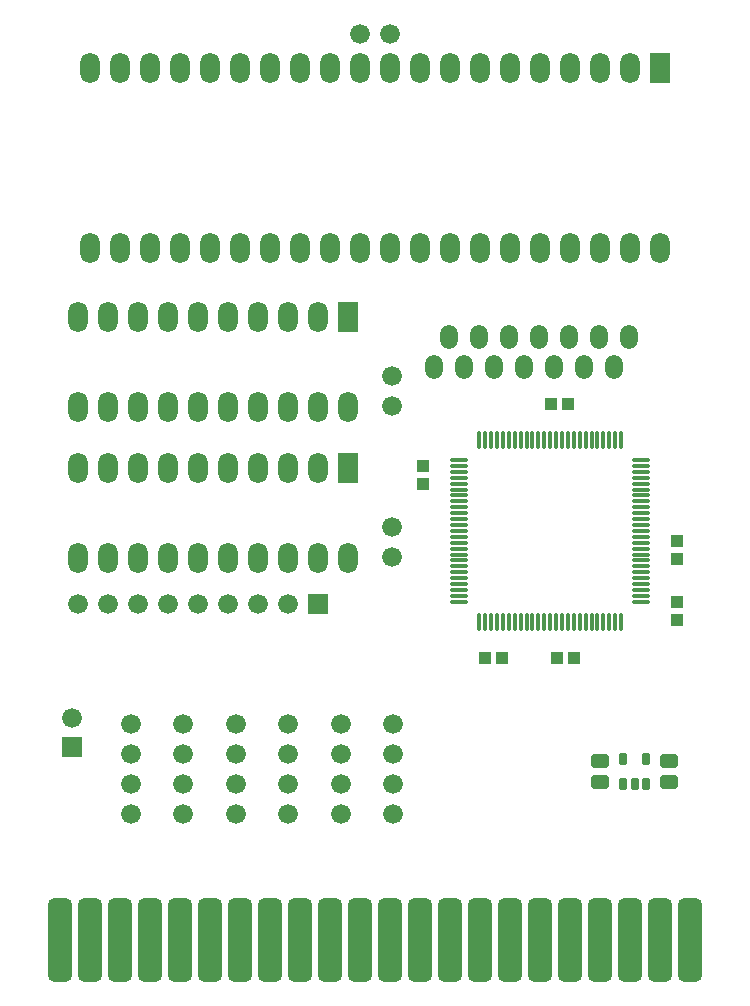
<source format=gts>
G04*
G04 #@! TF.GenerationSoftware,Altium Limited,Altium Designer,21.1.1 (26)*
G04*
G04 Layer_Color=8388736*
%FSLAX25Y25*%
%MOIN*%
G70*
G04*
G04 #@! TF.SameCoordinates,4EBEE0B8-8E4E-43C0-80E5-A374C2A04DA5*
G04*
G04*
G04 #@! TF.FilePolarity,Negative*
G04*
G01*
G75*
G04:AMPARAMS|DCode=23|XSize=26.61mil|YSize=42.36mil|CornerRadius=7.4mil|HoleSize=0mil|Usage=FLASHONLY|Rotation=0.000|XOffset=0mil|YOffset=0mil|HoleType=Round|Shape=RoundedRectangle|*
%AMROUNDEDRECTD23*
21,1,0.02661,0.02756,0,0,0.0*
21,1,0.01181,0.04236,0,0,0.0*
1,1,0.01480,0.00591,-0.01378*
1,1,0.01480,-0.00591,-0.01378*
1,1,0.01480,-0.00591,0.01378*
1,1,0.01480,0.00591,0.01378*
%
%ADD23ROUNDEDRECTD23*%
G04:AMPARAMS|DCode=24|XSize=48.27mil|YSize=60.08mil|CornerRadius=12.82mil|HoleSize=0mil|Usage=FLASHONLY|Rotation=90.000|XOffset=0mil|YOffset=0mil|HoleType=Round|Shape=RoundedRectangle|*
%AMROUNDEDRECTD24*
21,1,0.04827,0.03445,0,0,90.0*
21,1,0.02264,0.06008,0,0,90.0*
1,1,0.02563,0.01722,0.01132*
1,1,0.02563,0.01722,-0.01132*
1,1,0.02563,-0.01722,-0.01132*
1,1,0.02563,-0.01722,0.01132*
%
%ADD24ROUNDEDRECTD24*%
%ADD25O,0.05811X0.01480*%
%ADD26O,0.01480X0.05811*%
G04:AMPARAMS|DCode=27|XSize=81.73mil|YSize=278.58mil|CornerRadius=21.18mil|HoleSize=0mil|Usage=FLASHONLY|Rotation=0.000|XOffset=0mil|YOffset=0mil|HoleType=Round|Shape=RoundedRectangle|*
%AMROUNDEDRECTD27*
21,1,0.08173,0.23622,0,0,0.0*
21,1,0.03937,0.27858,0,0,0.0*
1,1,0.04236,0.01968,-0.11811*
1,1,0.04236,-0.01968,-0.11811*
1,1,0.04236,-0.01968,0.11811*
1,1,0.04236,0.01968,0.11811*
%
%ADD27ROUNDEDRECTD27*%
%ADD28R,0.04236X0.04433*%
%ADD29R,0.04433X0.04236*%
%ADD30O,0.05811X0.08173*%
%ADD31C,0.06598*%
%ADD32R,0.06598X0.06598*%
%ADD33O,0.06598X0.10142*%
%ADD34R,0.06598X0.10142*%
%ADD35R,0.06598X0.06598*%
D23*
X196960Y71527D02*
D03*
X200700D02*
D03*
X204440D02*
D03*
X196960Y79873D02*
D03*
X204440D02*
D03*
D24*
X189200Y79243D02*
D03*
Y72157D02*
D03*
X212200Y72200D02*
D03*
Y79287D02*
D03*
D25*
X142259Y179637D02*
D03*
Y177668D02*
D03*
Y175700D02*
D03*
Y173732D02*
D03*
Y171763D02*
D03*
Y169794D02*
D03*
Y167826D02*
D03*
Y165858D02*
D03*
Y163889D02*
D03*
Y161920D02*
D03*
Y159952D02*
D03*
Y157984D02*
D03*
Y156015D02*
D03*
Y154046D02*
D03*
Y152078D02*
D03*
Y150109D02*
D03*
Y148141D02*
D03*
Y146172D02*
D03*
Y144204D02*
D03*
Y142235D02*
D03*
Y140267D02*
D03*
Y138298D02*
D03*
Y136330D02*
D03*
Y134361D02*
D03*
Y132393D02*
D03*
X202889D02*
D03*
Y134361D02*
D03*
Y136330D02*
D03*
Y138298D02*
D03*
Y140267D02*
D03*
Y142235D02*
D03*
Y144204D02*
D03*
Y146172D02*
D03*
Y148141D02*
D03*
Y150109D02*
D03*
Y152078D02*
D03*
Y154046D02*
D03*
Y156015D02*
D03*
Y157984D02*
D03*
Y159952D02*
D03*
Y161920D02*
D03*
Y163889D02*
D03*
Y165858D02*
D03*
Y167826D02*
D03*
Y169794D02*
D03*
Y171763D02*
D03*
Y173732D02*
D03*
Y175700D02*
D03*
Y177668D02*
D03*
Y179637D02*
D03*
D26*
X148952Y125700D02*
D03*
X150920D02*
D03*
X152889D02*
D03*
X154858D02*
D03*
X156826D02*
D03*
X158794D02*
D03*
X160763D02*
D03*
X162732D02*
D03*
X164700D02*
D03*
X166668D02*
D03*
X168637D02*
D03*
X170606D02*
D03*
X172574D02*
D03*
X174542D02*
D03*
X176511D02*
D03*
X178480D02*
D03*
X180448D02*
D03*
X182416D02*
D03*
X184385D02*
D03*
X186354D02*
D03*
X188322D02*
D03*
X190291D02*
D03*
X192259D02*
D03*
X194228D02*
D03*
X196196D02*
D03*
Y186330D02*
D03*
X194228D02*
D03*
X192259D02*
D03*
X190291D02*
D03*
X188322D02*
D03*
X186354D02*
D03*
X184385D02*
D03*
X182416D02*
D03*
X180448D02*
D03*
X178480D02*
D03*
X176511D02*
D03*
X174542D02*
D03*
X172574D02*
D03*
X170606D02*
D03*
X168637D02*
D03*
X166668D02*
D03*
X164700D02*
D03*
X162732D02*
D03*
X160763D02*
D03*
X158794D02*
D03*
X156826D02*
D03*
X154858D02*
D03*
X152889D02*
D03*
X150920D02*
D03*
X148952D02*
D03*
D27*
X9200Y19700D02*
D03*
X19200D02*
D03*
X29200D02*
D03*
X39200D02*
D03*
X49200D02*
D03*
X59200D02*
D03*
X69200D02*
D03*
X79200D02*
D03*
X89200D02*
D03*
X99200D02*
D03*
X109200D02*
D03*
X119200D02*
D03*
X129200D02*
D03*
X139200D02*
D03*
X149200D02*
D03*
X159200D02*
D03*
X169200D02*
D03*
X179200D02*
D03*
X189200D02*
D03*
X199200D02*
D03*
X209200D02*
D03*
X219200D02*
D03*
D28*
X130200Y171747D02*
D03*
Y177653D02*
D03*
X214700Y146700D02*
D03*
Y152605D02*
D03*
Y132200D02*
D03*
Y126295D02*
D03*
D29*
X172747Y198200D02*
D03*
X178653D02*
D03*
X174747Y113700D02*
D03*
X180653D02*
D03*
X150700D02*
D03*
X156606D02*
D03*
D30*
X198700Y220700D02*
D03*
X183700Y210700D02*
D03*
X178700Y220700D02*
D03*
X173700Y210700D02*
D03*
X168700Y220700D02*
D03*
X163700Y210700D02*
D03*
X158700Y220700D02*
D03*
X153700Y210700D02*
D03*
X193700D02*
D03*
X188700Y220700D02*
D03*
X143700Y210700D02*
D03*
X138700Y220700D02*
D03*
X133700Y210700D02*
D03*
X148700Y220700D02*
D03*
D31*
X119200Y321700D02*
D03*
X109200D02*
D03*
X13200Y93700D02*
D03*
X119700Y207700D02*
D03*
Y197700D02*
D03*
Y157200D02*
D03*
Y147200D02*
D03*
X67700Y91700D02*
D03*
Y81700D02*
D03*
X120200Y91700D02*
D03*
Y81700D02*
D03*
X102700Y91700D02*
D03*
Y81700D02*
D03*
X32700Y91700D02*
D03*
Y81700D02*
D03*
X50200Y91700D02*
D03*
Y81700D02*
D03*
X85200Y91700D02*
D03*
Y81700D02*
D03*
X15200Y131700D02*
D03*
X25200D02*
D03*
X35200D02*
D03*
X45200D02*
D03*
X55200D02*
D03*
X65200D02*
D03*
X75200D02*
D03*
X85200D02*
D03*
Y71700D02*
D03*
Y61700D02*
D03*
X50200Y71700D02*
D03*
Y61700D02*
D03*
X32700Y71700D02*
D03*
Y61700D02*
D03*
X102700Y71700D02*
D03*
Y61700D02*
D03*
X120200Y71700D02*
D03*
Y61700D02*
D03*
X67700Y71700D02*
D03*
Y61700D02*
D03*
D32*
X13200Y83858D02*
D03*
D33*
X69200Y310200D02*
D03*
X59200D02*
D03*
X49200D02*
D03*
X39200D02*
D03*
X29200D02*
D03*
X19200D02*
D03*
X79200D02*
D03*
X89200D02*
D03*
X99200D02*
D03*
X109200D02*
D03*
X119200D02*
D03*
X129200D02*
D03*
X139200D02*
D03*
X149200D02*
D03*
X159200D02*
D03*
X169200D02*
D03*
X179200D02*
D03*
X189200D02*
D03*
X199200D02*
D03*
X19200Y250200D02*
D03*
X29200D02*
D03*
X39200D02*
D03*
X49200D02*
D03*
X59200D02*
D03*
X69200D02*
D03*
X79200D02*
D03*
X89200D02*
D03*
X99200D02*
D03*
X109200D02*
D03*
X119200D02*
D03*
X129200D02*
D03*
X139200D02*
D03*
X149200D02*
D03*
X159200D02*
D03*
X169200D02*
D03*
X179200D02*
D03*
X189200D02*
D03*
X199200D02*
D03*
X209200D02*
D03*
X75200Y146977D02*
D03*
X85200D02*
D03*
X95200D02*
D03*
X105200D02*
D03*
X65200D02*
D03*
X55200D02*
D03*
X95200Y176978D02*
D03*
X85200D02*
D03*
X75200D02*
D03*
X65200D02*
D03*
X55200D02*
D03*
X45200D02*
D03*
Y146977D02*
D03*
X35200D02*
D03*
X25200D02*
D03*
X15200D02*
D03*
Y176978D02*
D03*
X25200D02*
D03*
X35200D02*
D03*
X95200Y227200D02*
D03*
X85200D02*
D03*
X75200D02*
D03*
X65200D02*
D03*
X55200D02*
D03*
X45200D02*
D03*
Y197200D02*
D03*
X35200D02*
D03*
X25200D02*
D03*
X15200D02*
D03*
Y227200D02*
D03*
X25200D02*
D03*
X35200D02*
D03*
X95200Y197200D02*
D03*
X55200D02*
D03*
X65200D02*
D03*
X75200D02*
D03*
X85200D02*
D03*
X105200D02*
D03*
D34*
X209200Y310200D02*
D03*
X105200Y176978D02*
D03*
Y227200D02*
D03*
D35*
X95200Y131700D02*
D03*
M02*

</source>
